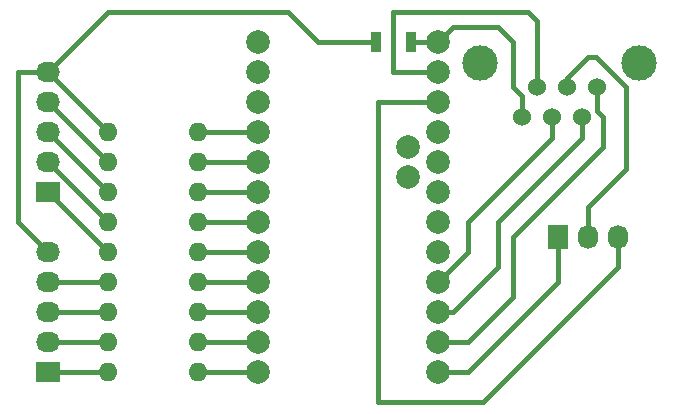
<source format=gbr>
G04 #@! TF.FileFunction,Copper,L1,Top,Signal*
%FSLAX46Y46*%
G04 Gerber Fmt 4.6, Leading zero omitted, Abs format (unit mm)*
G04 Created by KiCad (PCBNEW 4.0.2+dfsg1-stable) date Пят 15 Ліп 2016 17:59:51*
%MOMM*%
G01*
G04 APERTURE LIST*
%ADD10C,0.100000*%
%ADD11C,1.524000*%
%ADD12C,2.999740*%
%ADD13R,2.032000X1.727200*%
%ADD14O,2.032000X1.727200*%
%ADD15R,1.727200X2.032000*%
%ADD16O,1.727200X2.032000*%
%ADD17O,1.600000X1.600000*%
%ADD18C,2.000000*%
%ADD19R,0.900000X1.700000*%
%ADD20C,0.400000*%
G04 APERTURE END LIST*
D10*
D11*
X174752000Y-107950000D03*
X177292000Y-107950000D03*
X172212000Y-107950000D03*
X178562000Y-105410000D03*
X176022000Y-105410000D03*
X173482000Y-105410000D03*
D12*
X168656000Y-103378000D03*
X182118000Y-103378000D03*
D13*
X132080000Y-129540000D03*
D14*
X132080000Y-127000000D03*
X132080000Y-124460000D03*
X132080000Y-121920000D03*
X132080000Y-119380000D03*
D13*
X132080000Y-114300000D03*
D14*
X132080000Y-111760000D03*
X132080000Y-109220000D03*
X132080000Y-106680000D03*
X132080000Y-104140000D03*
D15*
X175260000Y-118110000D03*
D16*
X177800000Y-118110000D03*
X180340000Y-118110000D03*
D17*
X144780000Y-129540000D03*
X144780000Y-127000000D03*
X144780000Y-124460000D03*
X144780000Y-121920000D03*
X144780000Y-119380000D03*
X144780000Y-116840000D03*
X144780000Y-114300000D03*
X144780000Y-111760000D03*
X144780000Y-109220000D03*
X137160000Y-109220000D03*
X137160000Y-111760000D03*
X137160000Y-114300000D03*
X137160000Y-116840000D03*
X137160000Y-119380000D03*
X137160000Y-121920000D03*
X137160000Y-124460000D03*
X137160000Y-127000000D03*
X137160000Y-129540000D03*
D18*
X165100000Y-101600000D03*
X165100000Y-104140000D03*
X165100000Y-106680000D03*
X165100000Y-109220000D03*
X165100000Y-111760000D03*
X165100000Y-121920000D03*
X165100000Y-124460000D03*
X165100000Y-127000000D03*
X165100000Y-129540000D03*
X162560000Y-110490000D03*
X162560000Y-113030000D03*
X149860000Y-121920000D03*
X149860000Y-119380000D03*
X149860000Y-116840000D03*
X149860000Y-114300000D03*
X149860000Y-111760000D03*
X149860000Y-109220000D03*
X149860000Y-106680000D03*
X149860000Y-104140000D03*
X149860000Y-101600000D03*
X149860000Y-124460000D03*
X149860000Y-127000000D03*
X149860000Y-129540000D03*
X165100000Y-114300000D03*
X165100000Y-116840000D03*
X165100000Y-119380000D03*
D19*
X162740000Y-101600000D03*
X159840000Y-101600000D03*
D20*
X174752000Y-107950000D02*
X174752000Y-109728000D01*
X167640000Y-119380000D02*
X165100000Y-121920000D01*
X167640000Y-116840000D02*
X167640000Y-119380000D01*
X174752000Y-109728000D02*
X167640000Y-116840000D01*
X177292000Y-107950000D02*
X177292000Y-109728000D01*
X166370000Y-124460000D02*
X165100000Y-124460000D01*
X170180000Y-120650000D02*
X166370000Y-124460000D01*
X170180000Y-116840000D02*
X170180000Y-120650000D01*
X177292000Y-109728000D02*
X170180000Y-116840000D01*
X165100000Y-101600000D02*
X162740000Y-101600000D01*
X172212000Y-107950000D02*
X172212000Y-106172000D01*
X166370000Y-100330000D02*
X165100000Y-101600000D01*
X170180000Y-100330000D02*
X166370000Y-100330000D01*
X171450000Y-101600000D02*
X170180000Y-100330000D01*
X171450000Y-105410000D02*
X171450000Y-101600000D01*
X172212000Y-106172000D02*
X171450000Y-105410000D01*
X178562000Y-105410000D02*
X178562000Y-107442000D01*
X167640000Y-127000000D02*
X165100000Y-127000000D01*
X171450000Y-123190000D02*
X167640000Y-127000000D01*
X171450000Y-118110000D02*
X171450000Y-123190000D01*
X179070000Y-110490000D02*
X171450000Y-118110000D01*
X179070000Y-107950000D02*
X179070000Y-110490000D01*
X178562000Y-107442000D02*
X179070000Y-107950000D01*
X176022000Y-105410000D02*
X176022000Y-104648000D01*
X176022000Y-104648000D02*
X177800000Y-102870000D01*
X177800000Y-102870000D02*
X178435000Y-102870000D01*
X178435000Y-102870000D02*
X180975000Y-105410000D01*
X180975000Y-105410000D02*
X180975000Y-112395000D01*
X180975000Y-112395000D02*
X177800000Y-115570000D01*
X177800000Y-115570000D02*
X177800000Y-118110000D01*
X161290000Y-99060000D02*
X161290000Y-104140000D01*
X173482000Y-99822000D02*
X172720000Y-99060000D01*
X172720000Y-99060000D02*
X161290000Y-99060000D01*
X173482000Y-105410000D02*
X173482000Y-99822000D01*
X161290000Y-104140000D02*
X165100000Y-104140000D01*
X137160000Y-129540000D02*
X132080000Y-129540000D01*
X132080000Y-127000000D02*
X137160000Y-127000000D01*
X137160000Y-124460000D02*
X132080000Y-124460000D01*
X132080000Y-121920000D02*
X137160000Y-121920000D01*
X137160000Y-119380000D02*
X134620000Y-116840000D01*
X134620000Y-116840000D02*
X132080000Y-114300000D01*
X137160000Y-116840000D02*
X132080000Y-111760000D01*
X132080000Y-109220000D02*
X137160000Y-114300000D01*
X137160000Y-111760000D02*
X132080000Y-106680000D01*
X175260000Y-118110000D02*
X175260000Y-121920000D01*
X167640000Y-129540000D02*
X165100000Y-129540000D01*
X175260000Y-121920000D02*
X167640000Y-129540000D01*
X180340000Y-118110000D02*
X180340000Y-120650000D01*
X160020000Y-106680000D02*
X165100000Y-106680000D01*
X160020000Y-132080000D02*
X160020000Y-106680000D01*
X168910000Y-132080000D02*
X160020000Y-132080000D01*
X180340000Y-120650000D02*
X168910000Y-132080000D01*
X144780000Y-129540000D02*
X149860000Y-129540000D01*
X144780000Y-127000000D02*
X149860000Y-127000000D01*
X149860000Y-124460000D02*
X144780000Y-124460000D01*
X144780000Y-121920000D02*
X149860000Y-121920000D01*
X149860000Y-119380000D02*
X144780000Y-119380000D01*
X144780000Y-116840000D02*
X149860000Y-116840000D01*
X149860000Y-114300000D02*
X144780000Y-114300000D01*
X144780000Y-111760000D02*
X149860000Y-111760000D01*
X149860000Y-109220000D02*
X144780000Y-109220000D01*
X159840000Y-101600000D02*
X154940000Y-101600000D01*
X137160000Y-99060000D02*
X132080000Y-104140000D01*
X152400000Y-99060000D02*
X137160000Y-99060000D01*
X154940000Y-101600000D02*
X152400000Y-99060000D01*
X132080000Y-119380000D02*
X129540000Y-116840000D01*
X129540000Y-104140000D02*
X132080000Y-104140000D01*
X129540000Y-116840000D02*
X129540000Y-104140000D01*
X137160000Y-109220000D02*
X132080000Y-104140000D01*
M02*

</source>
